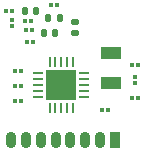
<source format=gbr>
%TF.GenerationSoftware,KiCad,Pcbnew,8.0.0*%
%TF.CreationDate,2025-02-14T14:26:33-04:00*%
%TF.ProjectId,Proyecto 1 Kicad,50726f79-6563-4746-9f20-31204b696361,rev?*%
%TF.SameCoordinates,Original*%
%TF.FileFunction,Soldermask,Top*%
%TF.FilePolarity,Negative*%
%FSLAX46Y46*%
G04 Gerber Fmt 4.6, Leading zero omitted, Abs format (unit mm)*
G04 Created by KiCad (PCBNEW 8.0.0) date 2025-02-14 14:26:33*
%MOMM*%
%LPD*%
G01*
G04 APERTURE LIST*
G04 Aperture macros list*
%AMRoundRect*
0 Rectangle with rounded corners*
0 $1 Rounding radius*
0 $2 $3 $4 $5 $6 $7 $8 $9 X,Y pos of 4 corners*
0 Add a 4 corners polygon primitive as box body*
4,1,4,$2,$3,$4,$5,$6,$7,$8,$9,$2,$3,0*
0 Add four circle primitives for the rounded corners*
1,1,$1+$1,$2,$3*
1,1,$1+$1,$4,$5*
1,1,$1+$1,$6,$7*
1,1,$1+$1,$8,$9*
0 Add four rect primitives between the rounded corners*
20,1,$1+$1,$2,$3,$4,$5,0*
20,1,$1+$1,$4,$5,$6,$7,0*
20,1,$1+$1,$6,$7,$8,$9,0*
20,1,$1+$1,$8,$9,$2,$3,0*%
G04 Aperture macros list end*
%ADD10R,1.800000X1.000000*%
%ADD11RoundRect,0.062500X0.062500X-0.350000X0.062500X0.350000X-0.062500X0.350000X-0.062500X-0.350000X0*%
%ADD12RoundRect,0.062500X0.350000X-0.062500X0.350000X0.062500X-0.350000X0.062500X-0.350000X-0.062500X0*%
%ADD13R,2.500000X2.500000*%
%ADD14RoundRect,0.075000X0.075000X-0.125000X0.075000X0.125000X-0.075000X0.125000X-0.075000X-0.125000X0*%
%ADD15RoundRect,0.075000X0.125000X0.075000X-0.125000X0.075000X-0.125000X-0.075000X0.125000X-0.075000X0*%
%ADD16RoundRect,0.147500X-0.147500X-0.172500X0.147500X-0.172500X0.147500X0.172500X-0.147500X0.172500X0*%
%ADD17RoundRect,0.147500X0.147500X0.172500X-0.147500X0.172500X-0.147500X-0.172500X0.147500X-0.172500X0*%
%ADD18RoundRect,0.147500X-0.172500X0.147500X-0.172500X-0.147500X0.172500X-0.147500X0.172500X0.147500X0*%
%ADD19RoundRect,0.225000X0.225000X0.475000X-0.225000X0.475000X-0.225000X-0.475000X0.225000X-0.475000X0*%
%ADD20O,0.900000X1.400000*%
%ADD21RoundRect,0.075000X-0.125000X-0.075000X0.125000X-0.075000X0.125000X0.075000X-0.125000X0.075000X0*%
%ADD22RoundRect,0.075000X-0.075000X0.125000X-0.075000X-0.125000X0.075000X-0.125000X0.075000X0.125000X0*%
G04 APERTURE END LIST*
D10*
%TO.C,y1*%
X157226000Y-102088000D03*
X157226000Y-99588000D03*
%TD*%
D11*
%TO.C,U1*%
X152025000Y-104182500D03*
X152525000Y-104182500D03*
X153025000Y-104182500D03*
X153525000Y-104182500D03*
X154025000Y-104182500D03*
D12*
X154962500Y-103245000D03*
X154962500Y-102745000D03*
X154962500Y-102245000D03*
X154962500Y-101745000D03*
X154962500Y-101245000D03*
D11*
X154025000Y-100307500D03*
X153525000Y-100307500D03*
X153025000Y-100307500D03*
X152525000Y-100307500D03*
X152025000Y-100307500D03*
D12*
X151087500Y-101245000D03*
X151087500Y-101745000D03*
X151087500Y-102245000D03*
X151087500Y-102745000D03*
X151087500Y-103245000D03*
D13*
X153025000Y-102245000D03*
%TD*%
D14*
%TO.C,R2*%
X159258000Y-102108000D03*
X159258000Y-101608000D03*
%TD*%
D15*
%TO.C,R1*%
X149581000Y-101092000D03*
X149081000Y-101092000D03*
%TD*%
D16*
%TO.C,L4*%
X149906000Y-96012000D03*
X150876000Y-96012000D03*
%TD*%
D17*
%TO.C,L3*%
X152494000Y-97907000D03*
X151524000Y-97907000D03*
%TD*%
%TO.C,L2*%
X152885000Y-96637000D03*
X151915000Y-96637000D03*
%TD*%
D18*
%TO.C,L1*%
X154178000Y-96937000D03*
X154178000Y-97907000D03*
%TD*%
D19*
%TO.C,J1*%
X157537000Y-106934000D03*
D20*
X156287000Y-106934000D03*
X155037000Y-106934000D03*
X153787000Y-106934000D03*
X152537000Y-106934000D03*
X151287000Y-106934000D03*
X150037000Y-106934000D03*
X148787000Y-106934000D03*
%TD*%
D21*
%TO.C,C11*%
X152150000Y-95504000D03*
X152650000Y-95504000D03*
%TD*%
D15*
%TO.C,C10*%
X148819000Y-96012000D03*
X148319000Y-96012000D03*
%TD*%
%TO.C,C9*%
X150002000Y-97653000D03*
X150502000Y-97653000D03*
%TD*%
D22*
%TO.C,C8*%
X148844000Y-96778000D03*
X148844000Y-97278000D03*
%TD*%
D15*
%TO.C,C7*%
X150481000Y-96891000D03*
X149981000Y-96891000D03*
%TD*%
%TO.C,C6*%
X150618000Y-98669000D03*
X150118000Y-98669000D03*
%TD*%
D21*
%TO.C,c5*%
X159012000Y-100584000D03*
X159512000Y-100584000D03*
%TD*%
%TO.C,c4*%
X159012000Y-103378000D03*
X159512000Y-103378000D03*
%TD*%
D15*
%TO.C,C3*%
X149602000Y-102362000D03*
X149102000Y-102362000D03*
%TD*%
%TO.C,C2*%
X149606000Y-103632000D03*
X149106000Y-103632000D03*
%TD*%
D21*
%TO.C,C1*%
X156468000Y-104394000D03*
X156968000Y-104394000D03*
%TD*%
M02*

</source>
